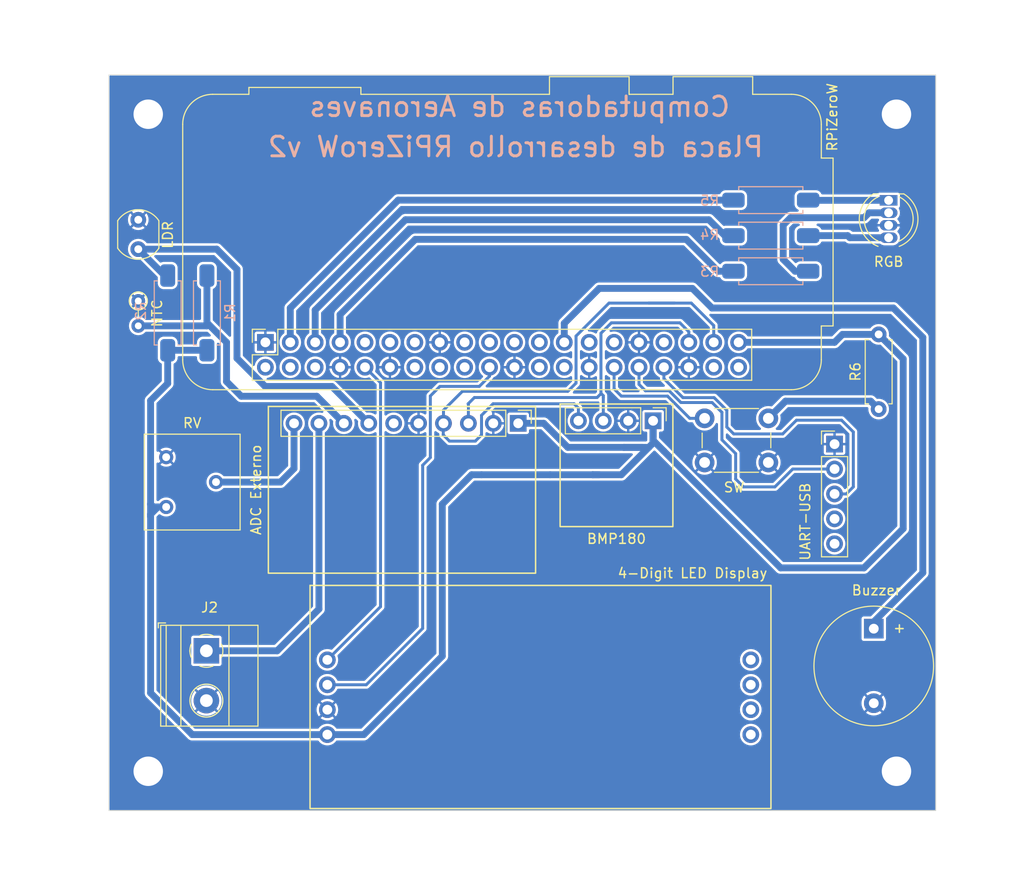
<source format=kicad_pcb>
(kicad_pcb (version 20221018) (generator pcbnew)
  (title_block (title "Kit de desarrollo para Raspberry Pi Zero W") (date "2023-12-26") (rev "2") (company "IMPA TRQ") (comment 1 "Autores: Palmieri Hise Agustín y Carlassara Fabrizio"))
  (layers (0 "F.Cu" signal) (31 "B.Cu" signal) (34 "B.Paste" user) (35 "F.Paste" user) (36 "B.SilkS" user "B.Silkscreen") (37 "F.SilkS" user "F.Silkscreen") (38 "B.Mask" user) (39 "F.Mask" user) (44 "Edge.Cuts" user))
  (net 0 "")
  (net 1 "I{slash}O 12")
  (net 2 "PWM 1")
  (net 3 "I2C SDA")
  (net 4 "I2C SCL")
  (net 9 "UART Tx")
  (net 10 "UART Rx")
  (net 11 "PWM 3")
  (net 12 "I{slash}O 13")
  (net 14 "PWM 2")
  (net 17 "Net-(U1-AIN0)")
  (net 18 "Net-(U1-AIN1)")
  (net 19 "Net-(U1-AIN3)")
  (net 21 "Net-(D1-BA)")
  (net 24 "Net-(D1-GA)")
  (net 25 "Net-(D1-RA)")
  (net 27 "Net-(J4-Pin_2)")
  (net 29 "DIO")
  (net 30 "CLK")
  (net 39 "GND")
  (net 42 "+3.3V")
  (footprint "Resistor_THT:R_Axial_DIN0207_L6.3mm_D2.5mm_P7.62mm_Horizontal" (layer "F.Cu") (at 113.985 57.27 90)
    (fp_text reference "R6" (at 3.81 -2.37 90) (layer "F.SilkS"))
    (fp_text value "R")
    (fp_line (start 0.54 -1.37) (end 7.08 -1.37) (stroke (width 0.12)) (layer "F.SilkS"))
    (fp_line (start 0.54 -1.04) (end 0.54 -1.37) (stroke (width 0.12)) (layer "F.SilkS"))
    (fp_line (start 0.54 1.04) (end 0.54 1.37) (stroke (width 0.12)) (layer "F.SilkS"))
    (fp_line (start 0.54 1.37) (end 7.08 1.37) (stroke (width 0.12)) (layer "F.SilkS"))
    (fp_line (start 7.08 -1.37) (end 7.08 -1.04) (stroke (width 0.12)) (layer "F.SilkS"))
    (fp_line (start 7.08 1.37) (end 7.08 1.04) (stroke (width 0.12)) (layer "F.SilkS"))
    (pad "1" thru_hole circle (at 0 0 90) (size 1.6 1.6) (drill 0.8) (layers "*.Cu" "*.Mask") (net 12 "I{slash}O 13"))
    (pad "2" thru_hole oval (at 7.62 0 90) (size 1.6 1.6) (drill 0.8) (layers "*.Cu" "*.Mask") (net 42 "+3.3V"))
  )
  (footprint "Connector_PinHeader_2.54mm:PinHeader_1x10_P2.54mm_Vertical" (layer "F.Cu") (at 77.2275 58.7175 -90)
    (fp_text reference "ADC Externo" (at 6.7825 26.7275 90) (layer "F.SilkS"))
    (fp_text value "ADS1115IDGS")
    (fp_line (start -1.33 -1.33) (end 0 -1.33) (stroke (width 0.12)) (layer "F.SilkS"))
    (fp_line (start -1.33 0) (end -1.33 -1.33) (stroke (width 0.12)) (layer "F.SilkS"))
    (fp_line (start -1.33 1.27) (end -1.33 24.19) (stroke (width 0.12)) (layer "F.SilkS"))
    (fp_line (start -1.33 1.27) (end 1.33 1.27) (stroke (width 0.12)) (layer "F.SilkS"))
    (fp_line (start -1.33 24.19) (end 1.33 24.19) (stroke (width 0.12)) (layer "F.SilkS"))
    (fp_line (start 1.33 1.27) (end 1.33 24.19) (stroke (width 0.12)) (layer "F.SilkS"))
    (pad "1" thru_hole oval (at 0 10.16 270) (size 1.7 1.7) (drill 1) (layers "*.Cu" "*.Mask") (net 39 "GND"))
    (pad "2" thru_hole oval (at 0 12.7 270) (size 1.7 1.7) (drill 1) (layers "*.Cu" "*.Mask"))
    (pad "3" thru_hole oval (at 0 2.54 270) (size 1.7 1.7) (drill 1) (layers "*.Cu" "*.Mask") (net 39 "GND"))
    (pad "4" thru_hole oval (at 0 15.24 270) (size 1.7 1.7) (drill 1) (layers "*.Cu" "*.Mask") (net 17 "Net-(U1-AIN0)"))
    (pad "5" thru_hole oval (at 0 17.78 270) (size 1.7 1.7) (drill 1) (layers "*.Cu" "*.Mask") (net 18 "Net-(U1-AIN1)"))
    (pad "6" thru_hole oval (at 0 20.32 270) (size 1.7 1.7) (drill 1) (layers "*.Cu" "*.Mask") (net 27 "Net-(J4-Pin_2)"))
    (pad "7" thru_hole oval (at 0 22.86 270) (size 1.7 1.7) (drill 1) (layers "*.Cu" "*.Mask") (net 19 "Net-(U1-AIN3)"))
    (pad "8" thru_hole rect (at 0 0 270) (size 1.7 1.7) (drill 1) (layers "*.Cu" "*.Mask") (net 42 "+3.3V"))
    (pad "9" thru_hole oval (at 0 7.62 270) (size 1.7 1.7) (drill 1) (layers "*.Cu" "*.Mask") (net 3 "I2C SDA"))
    (pad "10" thru_hole oval (at 0 5.08 270) (size 1.7 1.7) (drill 1) (layers "*.Cu" "*.Mask") (net 4 "I2C SCL"))
  )
  (footprint "Buzzer_Beeper:Buzzer_12x9.5RM7.6" (layer "F.Cu") (at 113.485 79.66 -90)
    (fp_text reference "Buzzer" (at -3.91 -0.265 180) (layer "F.SilkS"))
    (fp_text value "Buzzer")
    (fp_text user "+" (at -0.01 -2.54 90) (layer "F.SilkS"))
    (fp_circle (center 3.8 0) (end 9.9 0) (stroke (width 0.12)) (fill none) (layer "F.SilkS"))
    (pad "1" thru_hole rect (at 0 0 270) (size 2 2) (drill 1) (layers "*.Cu" "*.Mask") (net 1 "I{slash}O 12"))
    (pad "2" thru_hole circle (at 7.6 0 270) (size 2 2) (drill 1) (layers "*.Cu" "*.Mask") (net 39 "GND"))
  )
  (footprint "Potentiometer_THT:Potentiometer_Bourns_3386F_Vertical" (layer "F.Cu") (at 41.33 67.25)
    (fp_text reference "RV" (at 2.655 -8.555) (layer "F.SilkS"))
    (fp_text value "R_Potentiometer")
    (fp_line (start -2.23 -7.425) (end -2.23 2.345) (stroke (width 0.12)) (layer "F.SilkS"))
    (fp_line (start -2.23 -7.425) (end 7.54 -7.425) (stroke (width 0.12)) (layer "F.SilkS"))
    (fp_line (start -2.23 2.345) (end 7.54 2.345) (stroke (width 0.12)) (layer "F.SilkS"))
    (fp_line (start 7.54 -7.425) (end 7.54 2.345) (stroke (width 0.12)) (layer "F.SilkS"))
    (pad "1" thru_hole circle (at 0 0) (size 1.44 1.44) (drill 0.8) (layers "*.Cu" "*.Mask") (net 42 "+3.3V"))
    (pad "2" thru_hole circle (at 5.08 -2.54) (size 1.44 1.44) (drill 0.8) (layers "*.Cu" "*.Mask") (net 19 "Net-(U1-AIN3)"))
    (pad "3" thru_hole circle (at 0 -5.08) (size 1.44 1.44) (drill 0.8) (layers "*.Cu" "*.Mask") (net 39 "GND"))
  )
  (footprint "Resistor_THT:R_Axial_DIN0204_L3.6mm_D1.6mm_P2.54mm_Vertical" (layer "F.Cu") (at 38.485 46.24 -90)
    (fp_text reference "NTC" (at 1.27 -1.92 90) (layer "F.SilkS"))
    (fp_text value "Thermistor")
    (fp_line (start 0.92 0) (end 1.54 0) (stroke (width 0.12)) (layer "F.SilkS"))
    (fp_circle (center 0 0) (end 0.92 0) (stroke (width 0.12)) (fill none) (layer "F.SilkS"))
    (pad "1" thru_hole circle (at 0 0 270) (size 1.4 1.4) (drill 0.7) (layers "*.Cu" "*.Mask") (net 39 "GND"))
    (pad "2" thru_hole oval (at 2.54 0 270) (size 1.4 1.4) (drill 0.7) (layers "*.Cu" "*.Mask") (net 18 "Net-(U1-AIN1)"))
  )
  (footprint "Button_Switch_THT:SW_PUSH_6mm_H13mm" (layer "F.Cu") (at 96.235 58.21)
    (fp_text reference "SW" (at 3.015 7.04) (layer "F.SilkS"))
    (fp_text value "SW_DIP_x01")
    (fp_line (start -0.25 1.5) (end -0.25 3) (stroke (width 0.12)) (layer "F.SilkS"))
    (fp_line (start 1 5.5) (end 5.5 5.5) (stroke (width 0.12)) (layer "F.SilkS"))
    (fp_line (start 5.5 -1) (end 1 -1) (stroke (width 0.12)) (layer "F.SilkS"))
    (fp_line (start 6.75 3) (end 6.75 1.5) (stroke (width 0.12)) (layer "F.SilkS"))
    (pad "1" thru_hole circle (at 0 0 90) (size 2 2) (drill 1.1) (layers "*.Cu" "*.Mask") (net 12 "I{slash}O 13"))
    (pad "1" thru_hole circle (at 6.5 0 90) (size 2 2) (drill 1.1) (layers "*.Cu" "*.Mask") (net 12 "I{slash}O 13"))
    (pad "2" thru_hole circle (at 0 4.5 90) (size 2 2) (drill 1.1) (layers "*.Cu" "*.Mask") (net 39 "GND"))
    (pad "2" thru_hole circle (at 6.5 4.5 90) (size 2 2) (drill 1.1) (layers "*.Cu" "*.Mask") (net 39 "GND"))
  )
  (footprint "TerminalBlock_Phoenix:TerminalBlock_Phoenix_MKDS-1,5-2-5.08_1x02_P5.08mm_Horizontal" (layer "F.Cu") (at 45.43 81.915 -90)
    (fp_text reference "J2" (at -4.415 -0.32 -180) (layer "F.SilkS"))
    (fp_text value "Screw_Terminal_01x02")
    (fp_line (start -2.84 4.16) (end -2.84 4.9) (stroke (width 0.12)) (layer "F.SilkS"))
    (fp_line (start -2.84 4.9) (end -2.34 4.9) (stroke (width 0.12)) (layer "F.SilkS"))
    (fp_line (start -2.6 -5.261) (end -2.6 4.66) (stroke (width 0.12)) (layer "F.SilkS"))
    (fp_line (start -2.6 -5.261) (end 7.68 -5.261) (stroke (width 0.12)) (layer "F.SilkS"))
    (fp_line (start -2.6 -2.301) (end 7.68 -2.301) (stroke (width 0.12)) (layer "F.SilkS"))
    (fp_line (start -2.6 2.6) (end 7.68 2.6) (stroke (width 0.12)) (layer "F.SilkS"))
    (fp_line (start -2.6 4.1) (end 7.68 4.1) (stroke (width 0.12)) (layer "F.SilkS"))
    (fp_line (start -2.6 4.66) (end 7.68 4.66) (stroke (width 0.12)) (layer "F.SilkS"))
    (fp_line (start 3.853 1.023) (end 3.806 1.069) (stroke (width 0.12)) (layer "F.SilkS"))
    (fp_line (start 4.046 1.239) (end 4.011 1.274) (stroke (width 0.12)) (layer "F.SilkS"))
    (fp_line (start 6.15 -1.275) (end 6.115 -1.239) (stroke (width 0.12)) (layer "F.SilkS"))
    (fp_line (start 6.355 -1.069) (end 6.308 -1.023) (stroke (width 0.12)) (layer "F.SilkS"))
    (fp_line (start 7.68 -5.261) (end 7.68 4.66) (stroke (width 0.12)) (layer "F.SilkS"))
    (fp_arc (start -1.535427 0.683042) (mid -1.680501 -0.000524) (end -1.535 -0.684) (stroke (width 0.12)) (layer "F.SilkS"))
    (fp_arc (start -0.683042 -1.535427) (mid 0.000524 -1.680501) (end 0.684 -1.535) (stroke (width 0.12)) (layer "F.SilkS"))
    (fp_arc (start 0.028805 1.680253) (mid -0.335551 1.646659) (end -0.684 1.535) (stroke (width 0.12)) (layer "F.SilkS"))
    (fp_arc (start 0.683318 1.534756) (mid 0.349292 1.643288) (end 0 1.68) (stroke (width 0.12)) (layer "F.SilkS"))
    (fp_arc (start 1.535427 -0.683042) (mid 1.680501 0.000524) (end 1.535 0.684) (stroke (width 0.12)) (layer "F.SilkS"))
    (fp_circle (center 5.08 0) (end 6.76 0) (stroke (width 0.12)) (fill none) (layer "F.SilkS"))
    (pad "1" thru_hole circle (at 5.08 0 270) (size 2.6 2.6) (drill 1.3) (layers "*.Cu" "*.Mask") (net 39 "GND"))
    (pad "2" thru_hole rect (at 0 0 270) (size 2.6 2.6) (drill 1.3) (layers "*.Cu" "*.Mask") (net 27 "Net-(J4-Pin_2)"))
  )
  (footprint "TM1637:TM1637" (layer "F.Cu") (at 80.625 85.38)
    (fp_text reference "4-Digit LED Display" (at 14.375 -11.38 unlocked) (layer "F.SilkS"))
    (fp_text value "TM1637")
    (pad "1" thru_hole circle (at -22.86 5.08) (size 1.7 1.7) (drill 1) (layers "*.Cu" "*.Mask") (net 42 "+3.3V"))
    (pad "2" thru_hole circle (at -22.86 2.54) (size 1.7 1.7) (drill 1) (layers "*.Cu" "*.Mask") (net 39 "GND"))
    (pad "3" thru_hole circle (at -22.86 0) (size 1.7 1.7) (drill 1) (layers "*.Cu" "*.Mask") (net 29 "DIO"))
    (pad "4" thru_hole circle (at -22.86 -2.54) (size 1.7 1.7) (drill 1) (layers "*.Cu" "*.Mask" "F.Adhes") (net 30 "CLK"))
    (pad "5" thru_hole circle (at 20.32 5.08) (size 1.7 1.7) (drill 1) (layers "*.Cu" "*.Mask"))
    (pad "6" thru_hole circle (at 20.32 2.54) (size 1.7 1.7) (drill 1) (layers "*.Cu" "*.Mask"))
    (pad "7" thru_hole circle (at 20.32 0) (size 1.7 1.7) (drill 1) (layers "*.Cu" "*.Mask"))
    (pad "8" thru_hole circle (at 20.32 -2.54) (size 1.7 1.7) (drill 1) (layers "*.Cu" "*.Mask"))
  )
  (footprint "LED_THT:LED_D5.0mm-4_RGB" (layer "F.Cu") (at 115 35.98 -90)
    (fp_text reference "RGB" (at 6.27 0 -180) (layer "F.SilkS"))
    (fp_text value "LED_RGB")
    (fp_line (start -0.655 -1.545) (end -0.655 -1.08) (stroke (width 0.12)) (layer "F.SilkS"))
    (fp_line (start -0.655 1.08) (end -0.655 1.545) (stroke (width 0.12)) (layer "F.SilkS"))
    (fp_arc (start -0.655 -1.54483) (mid 2.163456 -2.978809) (end 4.692815 -1.080827) (stroke (width 0.12)) (layer "F.SilkS"))
    (fp_arc (start -0.349684 -1.08) (mid 1.904762 -2.5) (end 4.159479 -1.080429) (stroke (width 0.12)) (layer "F.SilkS"))
    (fp_arc (start 4.159479 1.080429) (mid 1.904762 2.5) (end -0.349684 1.08) (stroke (width 0.12)) (layer "F.SilkS"))
    (fp_arc (start 4.692815 1.080827) (mid 2.163456 2.978808) (end -0.655 1.54483) (stroke (width 0.12)) (layer "F.SilkS"))
    (pad "1" thru_hole oval (at 3.81 0 270) (size 1.07 1.8) (drill 0.9) (layers "*.Cu" "*.Mask") (net 24 "Net-(D1-GA)"))
    (pad "2" thru_hole oval (at 2.54 0 270) (size 1.07 1.8) (drill 0.9) (layers "*.Cu" "*.Mask") (net 39 "GND"))
    (pad "3" thru_hole oval (at 1.27 0 270) (size 1.07 1.8) (drill 0.9) (layers "*.Cu" "*.Mask") (net 21 "Net-(D1-BA)"))
    (pad "4" thru_hole rect (at 0 0 270) (size 1.07 1.8) (drill 0.9) (layers "*.Cu" "*.Mask") (net 25 "Net-(D1-RA)"))
  )
  (footprint "Connector_PinHeader_2.54mm:PinHeader_1x04_P2.54mm_Vertical" (layer "F.Cu") (at 90.985 58.46 -90)
    (fp_text reference "BMP180" (at 12.04 3.735 -180) (layer "F.SilkS"))
    (fp_text value "BMP 280")
    (fp_line (start -1.33 -1.33) (end 0 -1.33) (stroke (width 0.12)) (layer "F.SilkS"))
    (fp_line (start -1.33 0) (end -1.33 -1.33) (stroke (width 0.12)) (layer "F.SilkS"))
    (fp_line (start -1.33 1.27) (end -1.33 8.95) (stroke (width 0.12)) (layer "F.SilkS"))
    (fp_line (start -1.33 1.27) (end 1.33 1.27) (stroke (width 0.12)) (layer "F.SilkS"))
    (fp_line (start -1.33 8.95) (end 1.33 8.95) (stroke (width 0.12)) (layer "F.SilkS"))
    (fp_line (start 1.33 1.27) (end 1.33 8.95) (stroke (width 0.12)) (layer "F.SilkS"))
    (pad "1" thru_hole rect (at 0 0 270) (size 1.7 1.7) (drill 1) (layers "*.Cu" "*.Mask") (net 42 "+3.3V"))
    (pad "2" thru_hole oval (at 0 2.54 270) (size 1.7 1.7) (drill 1) (layers "*.Cu" "*.Mask") (net 39 "GND"))
    (pad "3" thru_hole oval (at 0 5.08 270) (size 1.7 1.7) (drill 1) (layers "*.Cu" "*.Mask") (net 4 "I2C SCL"))
    (pad "4" thru_hole oval (at 0 7.62 270) (size 1.7 1.7) (drill 1) (layers "*.Cu" "*.Mask") (net 3 "I2C SDA"))
  )
  (footprint "Module:Raspberry_Pi_Zero_Socketed_THT_FaceDown_MountingHoles" (layer "F.Cu") (at 102.045 28.85 -90)
    (fp_text reference "RPiZeroW" (at -1.35 -7.205 90) (layer "F.SilkS"))
    (fp_text value "RPi_GPIO" hide)
    (fp_line (start -5.48 0.91) (end -5.48 9.03) (stroke (width 0.12)) (layer "F.SilkS"))
    (fp_line (start -5.48 9.03) (end -3.68 9.03) (stroke (width 0.12)) (layer "F.SilkS"))
    (fp_line (start -5.48 13.51) (end -5.48 21.63) (stroke (width 0.12)) (layer "F.SilkS"))
    (fp_line (start -5.48 21.63) (end -3.68 21.63) (stroke (width 0.12)) (layer "F.SilkS"))
    (fp_line (start -4.38 40.86) (end -4.38 52.28) (stroke (width 0.12)) (layer "F.SilkS"))
    (fp_line (start -4.38 52.28) (end -3.68 52.28) (stroke (width 0.12)) (layer "F.SilkS"))
    (fp_line (start -3.68 -3.03) (end -3.68 0.91) (stroke (width 0.12)) (layer "F.SilkS"))
    (fp_line (start -3.68 0.91) (end -5.48 0.91) (stroke (width 0.12)) (layer "F.SilkS"))
    (fp_line (start -3.68 9.03) (end -3.68 13.51) (stroke (width 0.12)) (layer "F.SilkS"))
    (fp_line (start -3.68 13.51) (end -5.48 13.51) (stroke (width 0.12)) (layer "F.SilkS"))
    (fp_line (start -3.68 21.63) (end -3.68 40.86) (stroke (width 0.12)) (layer "F.SilkS"))
    (fp_line (start -3.68 40.86) (end -4.38 40.86) (stroke (width 0.12)) (layer "F.SilkS"))
    (fp_line (start -3.68 52.28) (end -3.68 55.97) (stroke (width 0.12)) (layer "F.SilkS"))
    (fp_line (start 2.82 -7.29) (end 2.82 -6.09) (stroke (width 0.12)) (layer "F.SilkS"))
    (fp_line (start 2.82 -6.09) (end -0.62 -6.09) (stroke (width 0.12)) (layer "F.SilkS"))
    (fp_line (start 19.94 -7.29) (end 2.82 -7.29) (stroke (width 0.12)) (layer "F.SilkS"))
    (fp_line (start 19.94 -6.09) (end 19.94 -7.29) (stroke (width 0.12)) (layer "F.SilkS"))
    (fp_line (start 19.94 -6.09) (end 23.38 -6.09) (stroke (width 0.12)) (layer "F.SilkS"))
    (fp_line (start 20.28 49.33) (end 20.28 1.01) (stroke (width 0.12)) (layer "F.SilkS"))
    (fp_line (start 20.28 51.93) (end 20.28 50.6) (stroke (width 0.12)) (layer "F.SilkS"))
    (fp_line (start 21.61 51.93) (end 20.28 51.93) (stroke (width 0.12)) (layer "F.SilkS"))
    (fp_line (start 22.88 49.33) (end 20.28 49.33) (stroke (width 0.12)) (layer "F.SilkS"))
    (fp_line (start 22.88 51.93) (end 22.88 49.33) (stroke (width 0.12)) (layer "F.SilkS"))
    (fp_line (start 23.38 59.03) (end -0.62 59.03) (stroke (width 0.12)) (layer "F.SilkS"))
    (fp_line (start 25.48 1.01) (end 20.28 1.01) (stroke (width 0.12)) (layer "F.SilkS"))
    (fp_line (start 25.48 51.93) (end 22.88 51.93) (stroke (width 0.12)) (layer "F.SilkS"))
    (fp_line (start 25.48 51.93) (end 25.48 1.01) (stroke (width 0.12)) (layer "F.SilkS"))
    (fp_line (start 26.44 -3.03) (end 26.44 55.97) (stroke (width 0.12)) (layer "F.SilkS"))
    (fp_arc (start -3.68 -3.03) (mid -2.783747 -5.193747) (end -0.62 -6.09) (stroke (width 0.12)) (layer "F.SilkS"))
    (fp_arc (start -0.62 59.03) (mid -2.783747 58.133747) (end -3.68 55.97) (stroke (width 0.12)) (layer "F.SilkS"))
    (fp_arc (start 23.38 -6.09) (mid 25.543747 -5.193747) (end 26.44 -3.03) (stroke (width 0.12)) (layer "F.SilkS"))
    (fp_arc (start 26.44 55.97) (mid 25.543747 58.133747) (end 23.38 59.03) (stroke (width 0.12)) (layer "F.SilkS"))
    (pad "1" thru_hole oval (at 21.61 2.34 90) (size 1.7 1.7) (drill 1) (layers "*.Cu" "*.Mask") (net 42 "+3.3V"))
    (pad "2" thru_hole oval (at 24.15 2.34 90) (size 1.7 1.7) (drill 1) (layers "*.Cu" "*.Mask"))
    (pad "3" thru_hole oval (at 21.61 4.88 90) (size 1.7 1.7) (drill 1) (layers "*.Cu" "*.Mask") (net 3 "I2C SDA"))
    (pad "4" thru_hole oval (at 24.15 4.88 90) (size 1.7 1.7) (drill 1) (layers "*.Cu" "*.Mask"))
    (pad "5" thru_hole oval (at 21.61 7.42 90) (size 1.7 1.7) (drill 1) (layers "*.Cu" "*.Mask") (net 4 "I2C SCL"))
    (pad "6" thru_hole oval (at 24.15 7.42 90) (size 1.7 1.7) (drill 1) (layers "*.Cu" "*.Mask") (net 39 "GND"))
    (pad "7" thru_hole oval (at 21.61 9.96 90) (size 1.7 1.7) (drill 1) (layers "*.Cu" "*.Mask"))
    (pad "8" thru_hole oval (at 24.15 9.96 90) (size 1.7 1.7) (drill 1) (layers "*.Cu" "*.Mask") (net 9 "UART Tx"))
    (pad "9" thru_hole oval (at 21.61 12.5 90) (size 1.7 1.7) (drill 1) (layers "*.Cu" "*.Mask") (net 39 "GND"))
    (pad "10" thru_hole oval (at 24.15 12.5 90) (size 1.7 1.7) (drill 1) (layers "*.Cu" "*.Mask") (net 10 "UART Rx"))
    (pad "11" thru_hole oval (at 21.61 15.04 90) (size 1.7 1.7) (drill 1) (layers "*.Cu" "*.Mask"))
    (pad "12" thru_hole oval (at 24.15 15.04 90) (size 1.7 1.7) (drill 1) (layers "*.Cu" "*.Mask") (net 12 "I{slash}O 13"))
    (pad "13" thru_hole oval (at 21.61 17.58 90) (size 1.7 1.7) (drill 1) (layers "*.Cu" "*.Mask"))
    (pad "14" thru_hole oval (at 24.15 17.58 90) (size 1.7 1.7) (drill 1) (layers "*.Cu" "*.Mask") (net 39 "GND"))
    (pad "15" thru_hole oval (at 21.61 20.12 90) (size 1.7 1.7) (drill 1) (layers "*.Cu" "*.Mask") (net 1 "I{slash}O 12"))
    (pad "16" thru_hole oval (at 24.15 20.12 90) (size 1.7 1.7) (drill 1) (layers "*.Cu" "*.Mask"))
    (pad "17" thru_hole oval (at 21.61 22.66 90) (size 1.7 1.7) (drill 1) (layers "*.Cu" "*.Mask") (net 42 "+3.3V"))
    (pad "18" thru_hole oval (at 24.15 22.66 90) (size 1.7 1.7) (drill 1) (layers "*.Cu" "*.Mask"))
    (pad "19" thru_hole oval (at 21.61 25.2 90) (size 1.7 1.7) (drill 1) (layers "*.Cu" "*.Mask"))
    (pad "20" thru_hole oval (at 24.15 25.2 90) (size 1.7 1.7) (drill 1) (layers "*.Cu" "*.Mask") (net 39 "GND"))
    (pad "21" thru_hole oval (at 21.61 27.74 90) (size 1.7 1.7) (drill 1) (layers "*.Cu" "*.Mask"))
    (pad "22" thru_hole oval (at 24.15 27.74 90) (size 1.7 1.7) (drill 1) (layers "*.Cu" "*.Mask") (net 29 "DIO"))
    (pad "23" thru_hole oval (at 21.61 30.28 90) (size 1.7 1.7) (drill 1) (layers "*.Cu" "*.Mask"))
    (pad "24" thru_hole oval (at 24.15 30.28 90) (size 1.7 1.7) (drill 1) (layers "*.Cu" "*.Mask"))
    (pad "25" thru_hole oval (at 21.61 32.82 90) (size 1.7 1.7) (drill 1) (layers "*.Cu" "*.Mask") (net 39 "GND"))
    (pad "26" thru_hole oval (at 24.15 32.82 90) (size 1.7 1.7) (drill 1) (layers "*.Cu" "*.Mask"))
    (pad "27" thru_hole oval (at 21.61 35.36 90) (size 1.7 1.7) (drill 1) (layers "*.Cu" "*.Mask"))
    (pad "28" thru_hole oval (at 24.15 35.36 90) (size 1.7 1.7) (drill 1) (layers "*.Cu" "*.Mask"))
    (pad "29" thru_hole oval (at 21.61 37.9 90) (size 1.7 1.7) (drill 1) (layers "*.Cu" "*.Mask"))
    (pad "30" thru_hole oval (at 24.15 37.9 90) (size 1.7 1.7) (drill 1) (layers "*.Cu" "*.Mask") (net 39 "GND"))
    (pad "31" thru_hole oval (at 21.61 40.44 90) (size 1.7 1.7) (drill 1) (layers "*.Cu" "*.Mask"))
    (pad "32" thru_hole oval (at 24.15 40.44 90) (size 1.7 1.7) (drill 1) (layers "*.Cu" "*.Mask") (net 30 "CLK"))
    (pad "33" thru_hole oval (at 21.61 42.98 90) (size 1.7 1.7) (drill 1) (layers "*.Cu" "*.Mask") (net 2 "PWM 1"))
    (pad "34" thru_hole oval (at 24.15 42.98 90) (size 1.7 1.7) (drill 1) (layers "*.Cu" "*.Mask") (net 39 "GND"))
    (pad "35" thru_hole oval (at 21.61 45.52 90) (size 1.7 1.7) (drill 1) (layers "*.Cu" "*.Mask") (net 14 "PWM 2"))
    (pad "36" thru_hole oval (at 24.15 45.52 90) (size 1.7 1.7) (drill 1) (layers "*.Cu" "*.Mask"))
    (pad "37" thru_hole oval (at 21.61 48.06 90) (size 1.7 1.7) (drill 1) (layers "*.Cu" "*.Mask") (net 11 "PWM 3"))
    (pad "38" thru_hole oval (at 24.15 48.06 90) (size 1.7 1.7) (drill 1) (layers "*.Cu" "*.Mask"))
    (pad "39" thru_hole rect (at 21.61 50.6 90) (size 1.7 1.7) (drill 1) (layers "*.Cu" "*.Mask") (net 39 "GND"))
    (pad "40" thru_hole oval (at 24.15 50.6 90) (size 1.7 1.7) (drill 1) (layers "*.Cu" "*.Mask"))
  )
  (footprint "Connector_PinHeader_2.54mm:PinHeader_1x05_P2.54mm_Vertical" (layer "F.Cu") (at 109.485 60.84)
    (fp_text reference "UART-USB" (at -2.985 7.91 90) (layer "F.SilkS"))
    (fp_text value "Conector USB")
    (fp_line (start -1.33 -1.33) (end 0 -1.33) (stroke (width 0.12)) (layer "F.SilkS"))
    (fp_line (start -1.33 0) (end -1.33 -1.33) (stroke (width 0.12)) (layer "F.SilkS"))
    (fp_line (start -1.33 1.27) (end -1.33 11.49) (stroke (width 0.12)) (layer "F.SilkS"))
    (fp_line (start -1.33 1.27) (end 1.33 1.27) (stroke (width 0.12)) (layer "F.SilkS"))
    (fp_line (start -1.33 11.49) (end 1.33 11.49) (stroke (width 0.12)) (layer "F.SilkS"))
    (fp_line (start 1.33 1.27) (end 1.33 11.49) (stroke (width 0.12)) (layer "F.SilkS"))
    (pad "1" thru_hole rect (at 0 0) (size 1.7 1.7) (drill 1) (layers "*.Cu" "*.Mask") (net 39 "GND"))
    (pad "2" thru_hole oval (at 0 2.54) (size 1.7 1.7) (drill 1) (layers "*.Cu" "*.Mask") (net 10 "UART Rx"))
    (pad "3" thru_hole oval (at 0 5.08) (size 1.7 1.7) (drill 1) (layers "*.Cu" "*.Mask") (net 9 "UART Tx"))
    (pad "4" thru_hole oval (at 0 7.62) (size 1.7 1.7) (drill 1) (layers "*.Cu" "*.Mask"))
    (pad "5" thru_hole oval (at 0 10.16) (size 1.7 1.7) (drill 1) (layers "*.Cu" "*.Mask"))
  )
  (footprint "OptoDevice:R_LDR_5.0x4.1mm_P3mm_Vertical" (layer "F.Cu") (at 38.485 40.96 90)
    (fp_text reference "LDR" (at 1.46 3.015 90) (layer "F.SilkS"))
    (fp_text value "A9050")
    (fp_line (start 0.1 -2.1) (end 2.9 -2.1) (stroke (width 0.12)) (layer "F.SilkS"))
    (fp_line (start 0.1 2.1) (end 2.9 2.1) (stroke (width 0.12)) (layer "F.SilkS"))
    (fp_arc (start 0.1 2.1) (mid -1.023872 -0.008372) (end 0.113963 -2.109242) (stroke (width 0.12)) (layer "F.SilkS"))
    (fp_arc (start 2.9 -2.1) (mid 4.023872 0.008372) (end 2.886037 2.109242) (stroke (width 0.12)) (layer "F.SilkS"))
    (pad "1" thru_hole circle (at 0 0 90) (size 1.6 1.6) (drill 0.8) (layers "*.Cu" "*.Mask") (net 17 "Net-(U1-AIN0)"))
    (pad "2" thru_hole circle (at 3 0 90) (size 1.6 1.6) (drill 0.8) (layers "*.Cu" "*.Mask") (net 39 "GND"))
  )
  (footprint "Resistor_THT:R_Axial_DIN0207_L6.3mm_D2.5mm_P7.62mm_Horizontal" (layer "B.Cu") (at 45.485 51.27 90)
    (fp_text reference "R1" (at 3.81 2.37 270) (layer "B.SilkS") (effects (justify mirror)))
    (fp_text value "10k")
    (fp_line (start 0.54 -1.37) (end 7.08 -1.37) (stroke (width 0.12)) (layer "B.SilkS"))
    (fp_line (start 0.54 -1.04) (end 0.54 -1.37) (stroke (width 0.12)) (layer "B.SilkS"))
    (fp_line (start 0.54 1.04) (end 0.54 1.37) (stroke (width 0.12)) (layer "B.SilkS"))
    (fp_line (start 0.54 1.37) (end 7.08 1.37) (stroke (width 0.12)) (layer "B.SilkS"))
    (fp_line (start 7.08 -1.37) (end 7.08 -1.04) (stroke (width 0.12)) (layer "B.SilkS"))
    (fp_line (start 7.08 1.37) (end 7.08 1.04) (stroke (width 0.12)) (layer "B.SilkS"))
    (pad "1" smd roundrect (at 0 0 90) (size 2.286 1.524) (layers "B.Cu" "B.Paste" "B.Mask") (net 42 "+3.3V"))
    (pad "2" smd roundrect (at 7.62 0 90) (size 2.286 1.524) (layers "B.Cu" "B.Paste" "B.Mask") (net 18 "Net-(U1-AIN1)"))
  )
  (footprint "Resistor_THT:R_Axial_DIN0207_L6.3mm_D2.5mm_P7.62mm_Horizontal" (layer "B.Cu") (at 99.175 35.96)
    (fp_text reference "R5" (at -2.425 0.04 180) (layer "B.SilkS") (effects (justify mirror)))
    (fp_text value "220")
    (fp_line (start 0.54 -1.37) (end 7.08 -1.37) (stroke (width 0.12)) (layer "B.SilkS"))
    (fp_line (start 0.54 -1.04) (end 0.54 -1.37) (stroke (width 0.12)) (layer "B.SilkS"))
    (fp_line (start 0.54 1.04) (end 0.54 1.37) (stroke (width 0.12)) (layer "B.SilkS"))
    (fp_line (start 0.54 1.37) (end 7.08 1.37) (stroke (width 0.12)) (layer "B.SilkS"))
    (fp_line (start 7.08 -1.37) (end 7.08 -1.04) (stroke (width 0.12)) (layer "B.SilkS"))
    (fp_line (start 7.08 1.37) (end 7.08 1.04) (stroke (width 0.12)) (layer "B.SilkS"))
    (pad "1" smd roundrect (at 0 0) (size 2.286 1.524) (layers "B.Cu" "B.Paste" "B.Mask") (net 11 "PWM 3"))
    (pad "2" smd roundrect (at 7.62 0) (size 2.286 1.524) (layers "B.Cu" "B.Paste" "B.Mask") (net 25 "Net-(D1-RA)"))
  )
  (footprint "Resistor_THT:R_Axial_DIN0207_L6.3mm_D2.5mm_P7.62mm_Horizontal" (layer "B.Cu") (at 41.485 51.27 90)
    (fp_text reference "R2" (at 4.02 -2.735 270) (layer "B.SilkS") (effects (justify mirror)))
    (fp_text value "10k")
    (fp_line (start 0.54 -1.37) (end 7.08 -1.37) (stroke (width 0.12)) (layer "B.SilkS"))
    (fp_line (start 0.54 -1.04) (end 0.54 -1.37) (stroke (width 0.12)) (layer "B.SilkS"))
    (fp_line (start 0.54 1.04) (end 0.54 1.37) (stroke (width 0.12)) (layer "B.SilkS"))
    (fp_line (start 0.54 1.37) (end 7.08 1.37) (stroke (width 0.12)) (layer "B.SilkS"))
    (fp_line (start 7.08 -1.37) (end 7.08 -1.04) (stroke (width 0.12)) (layer "B.SilkS"))
    (fp_line (start 7.08 1.37) (end 7.08 1.04) (stroke (width 0.12)) (layer "B.SilkS"))
    (pad "1" smd roundrect (at 0 0 90) (size 2.286 1.524) (layers "B.Cu" "B.Paste" "B.Mask") (net 42 "+3.3V"))
    (pad "2" smd roundrect (at 7.62 0 90) (size 2.286 1.524) (layers "B.Cu" "B.Paste" "B.Mask") (net 17 "Net-(U1-AIN0)"))
  )
  (footprint "Resistor_THT:R_Axial_DIN0207_L6.3mm_D2.5mm_P7.62mm_Horizontal" (layer "B.Cu") (at 99.175 39.58)
    (fp_text reference "R4" (at -2.425 -0.08 180) (layer "B.SilkS") (effects (justify mirror)))
    (fp_text value "220")
    (fp_line (start 0.54 -1.37) (end 7.08 -1.37) (stroke (width 0.12)) (layer "B.SilkS"))
    (fp_line (start 0.54 -1.04) (end 0.54 -1.37) (stroke (width 0.12)) (layer "B.SilkS"))
    (fp_line (start 0.54 1.04) (end 0.54 1.37) (stroke (width 0.12)) (layer "B.SilkS"))
    (fp_line (start 0.54 1.37) (end 7.08 1.37) (stroke (width 0.12)) (layer "B.SilkS"))
    (fp_line (start 7.08 -1.37) (end 7.08 -1.04) (stroke (width 0.12)) (layer "B.SilkS"))
    (fp_line (start 7.08 1.37) (end 7.08 1.04) (stroke (width 0.12)) (layer "B.SilkS"))
    (pad "1" smd roundrect (at 0 0) (size 2.286 1.524) (layers "B.Cu" "B.Paste" "B.Mask") (net 14 "PWM 2"))
    (pad "2" smd roundrect (at 7.62 0) (size 2.286 1.524) (layers "B.Cu" "B.Paste" "B.Mask") (net 24 "Net-(D1-GA)"))
  )
  (footprint "Resistor_THT:R_Axial_DIN0207_L6.3mm_D2.5mm_P7.62mm_Horizontal" (layer "B.Cu") (at 99.175 43.21)
    (fp_text reference "R3" (at -2.425 0.04 180) (layer "B.SilkS") (effects (justify mirror)))
    (fp_text value "220")
    (fp_line (start 0.54 -1.37) (end 7.08 -1.37) (stroke (width 0.12)) (layer "B.SilkS"))
    (fp_line (start 0.54 -1.04) (end 0.54 -1.37) (stroke (width 0.12)) (layer "B.SilkS"))
    (fp_line (start 0.54 1.04) (end 0.54 1.37) (stroke (width 0.12)) (layer "B.SilkS"))
    (fp_line (start 0.54 1.37) (end 7.08 1.37) (stroke (width 0.12)) (layer "B.SilkS"))
    (fp_line (start 7.08 -1.37) (end 7.08 -1.04) (stroke (width 0.12)) (layer "B.SilkS"))
    (fp_line (start 7.08 1.37) (end 7.08 1.04) (stroke (width 0.12)) (layer "B.SilkS"))
    (pad "1" smd roundrect (at 0 0) (size 2.286 1.524) (layers "B.Cu" "B.Paste" "B.Mask") (net 2 "PWM 1"))
    (pad "2" smd roundrect (at 7.62 0) (size 2.286 1.524) (layers "B.Cu" "B.Paste" "B.Mask") (net 21 "Net-(D1-BA)"))
  )
  (gr_rect (start 51.75 57) (end 79 74) (stroke (width 0.15)) (fill none) (layer "F.SilkS"))
  (gr_rect (start 81.5 56.75) (end 93 69.25) (stroke (width 0.15)) (fill none) (layer "F.SilkS"))
  (gr_rect (start 56 75.25) (end 103 98) (stroke (width 0.15)) (fill none) (layer "F.SilkS"))
  (gr_rect (start 35.5 23.2) (end 119.8 98.2) (stroke (width 0.1)) (fill none) (layer "Edge.Cuts"))
  (gr_text "Placa de desarrollo RPiZeroW v2" (at 102.4 31.7) (layer "B.SilkS") (effects (font (size 2 2) (thickness 0.3)) (justify left bottom mirror)))
  (gr_text "Computadoras de Aeronaves" (at 99 27.6) (layer "B.SilkS") (effects (font (size 2 2) (thickness 0.3)) (justify left bottom mirror)))
  (segment (start 115.485 46.96) (end 96.985 46.96) (width 0.7) (layer "B.Cu") (net 1))
  (segment (start 81.925 48.52) (end 81.925 50.46) (width 0.7) (layer "B.Cu") (net 1))
  (segment (start 85.485 44.96) (end 81.925 48.52) (width 0.7) (layer "B.Cu") (net 1))
  (segment (start 96.985 46.96) (end 94.985 44.96) (width 0.7) (layer "B.Cu") (net 1))
  (segment (start 118.485 49.96) (end 115.485 46.96) (width 0.7) (layer "B.Cu") (net 1))
  (segment (start 113.485 79.66) (end 113.485 78.96) (width 0.7) (layer "B.Cu") (net 1))
  (segment (start 113.485 78.96) (end 118.485 73.96) (width 0.7) (layer "B.Cu") (net 1))
  (segment (start 94.985 44.96) (end 85.485 44.96) (width 0.7) (layer "B.Cu") (net 1))
  (segment (start 118.485 73.96) (end 118.485 49.96) (width 0.7) (layer "B.Cu") (net 1))
  (segment (start 97.615 43.21) (end 94.365 39.96) (width 0.7) (layer "B.Cu") (net 2))
  (segment (start 94.365 39.96) (end 66.735 39.96) (width 0.7) (layer "B.Cu") (net 2))
  (segment (start 99.175 43.21) (end 97.615 43.21) (width 0.7) (layer "B.Cu") (net 2))
  (segment (start 59.065 47.63) (end 59.065 50.46) (width 0.7) (layer "B.Cu") (net 2))
  (segment (start 66.735 39.96) (end 59.065 47.63) (width 0.7) (layer "B.Cu") (net 2))
  (segment (start 83.365 58.46) (end 83.235 58.33) (width 0.3) (layer "F.Cu") (net 3))
  (segment (start 73.4875 57.9025) (end 74.665 56.725) (width 0.3) (layer "B.Cu") (net 3))
  (segment (start 90.54 46.46) (end 94.88 46.46) (width 0.3) (layer "B.Cu") (net 3))
  (segment (start 69.6075 57.3825) (end 69.6075 58.7175) (width 0.3) (layer "B.Cu") (net 3))
  (segment (start 69.6075 58.7175) (end 69.585 58.74) (width 0.3) (layer "B.Cu") (net 3))
  (segment (start 71.535 55.455) (end 69.6075 57.3825) (width 0.3) (layer "B.Cu") (net 3))
  (segment (start 69.585 59.9) (end 70.22 60.535) (width 0.3) (layer "B.Cu") (net 3))
  (segment (start 72.8525 60.535) (end 73.4875 59.9) (width 0.3) (layer "B.Cu") (net 3))
  (segment (start 73.4875 59.9) (end 73.4875 57.9025) (width 0.3) (layer "B.Cu") (net 3))
  (segment (start 90.54 46.46) (end 93.165 46.46) (width 0.3) (layer "B.Cu") (net 3))
  (segment (start 74.665 56.725) (end 82.92 56.725) (width 0.3) (layer "B.Cu") (net 3))
  (segment (start 90.54 46.46) (end 86.485 46.46) (width 0.3) (layer "B.Cu") (net 3))
  (segment (start 83.365 57.17) (end 83.365 58.46) (width 0.3) (layer "B.Cu") (net 3))
  (segment (start 82.285 55.455) (end 71.535 55.455) (width 0.3) (layer "B.Cu") (net 3))
  (segment (start 86.485 46.46) (end 83.125 49.82) (width 0.3) (layer "B.Cu") (net 3))
  (segment (start 70.22 60.535) (end 72.8525 60.535) (width 0.3) (layer "B.Cu") (net 3))
  (segment (start 82.92 56.725) (end 83.365 57.17) (width 0.3) (layer "B.Cu") (net 3))
  (segment (start 83.125 49.82) (end 83.125 54.615) (width 0.3) (layer "B.Cu") (net 3))
  (segment (start 69.585 58.74) (end 69.585 59.9) (width 0.3) (layer "B.Cu") (net 3))
  (segment (start 83.125 54.615) (end 82.285 55.455) (width 0.3) (layer "B.Cu") (net 3))
  (segment (start 97.165 48.745) (end 97.165 50.46) (width 0.3) (layer "B.Cu") (net 3))
  (segment (start 94.88 46.46) (end 97.165 48.745) (width 0.3) (layer "B.Cu") (net 3))
  (segment (start 85.905 58.46) (end 85.805 58.36) (width 0.3) (layer "F.Cu") (net 4))
  (segment (start 72.1475 56.7475) (end 72.1475 58.7175) (width 0.3) (layer "B.Cu") (net 4))
  (segment (start 72.76 56.09) (end 72.125 56.725) (width 0.3) (layer "B.Cu") (net 4))
  (segment (start 85.905 58.46) (end 85.905 56.09) (width 0.3) (layer "B.Cu") (net 4))
  (segment (start 93.715 48.47) (end 86.73 48.47) (width 0.3) (layer "B.Cu") (net 4))
  (segment (start 94.625 49.38) (end 93.715 48.47) (width 0.3) (layer "B.Cu") (net 4))
  (segment (start 72.125 56.725) (end 72.1475 56.7475) (width 0.3) (layer "B.Cu") (net 4))
  (segment (start 85.905 56.09) (end 85.905 55.9) (width 0.3) (layer "B.Cu") (net 4))
  (segment (start 85.665 55.66) (end 85.6825 55.6775) (width 0.3) (layer "B.Cu") (net 4))
  (segment (start 85.6825 55.6775) (end 85.27 56.09) (width 0.3) (layer "B.Cu") (net 4))
  (segment (start 85.665 49.535) (end 85.665 55.66) (width 0.3) (layer "B.Cu") (net 4))
  (segment (start 85.905 55.9) (end 85.665 55.66) (width 0.3) (layer "B.Cu") (net 4))
  (segment (start 86.73 48.47) (end 85.665 49.535) (width 0.3) (layer "B.Cu") (net 4))
  (segment (start 94.625 50.46) (end 94.625 49.38) (width 0.3) (layer "B.Cu") (net 4))
  (segment (start 85.27 56.09) (end 72.76 56.09) (width 0.3) (layer "B.Cu") (net 4))
  (segment (start 98.5 57.392894) (end 97.207106 56.1) (width 0.3) (layer "B.Cu") (net 9))
  (segment (start 110.68 65.92) (end 111.4 65.2) (width 0.3) (layer "B.Cu") (net 9))
  (segment (start 109.485 65.92) (end 110.68 65.92) (width 0.3) (layer "B.Cu") (net 9))
  (segment (start 92.085 53) (end 92.085 53.03) (width 0.7) (layer "B.Cu") (net 9))
  (segment (start 92.085 54.161372) (end 92.085 53) (width 0.3) (layer "B.Cu") (net 9))
  (segment (start 98.5 59.1) (end 98.5 57.392894) (width 0.3) (layer "B.Cu") (net 9))
  (segment (start 105.6 58.4) (end 104.2 59.8) (width 0.3) (layer "B.Cu") (net 9))
  (segment (start 111.4 65.2) (end 111.4 59.6) (width 0.3) (layer "B.Cu") (net 9))
  (segment (start 111.4 59.6) (end 110.2 58.4) (width 0.3) (layer "B.Cu") (net 9))
  (segment (start 97.207106 56.1) (end 94.023628 56.1) (width 0.3) (layer "B.Cu") (net 9))
  (segment (start 94.023628 56.1) (end 92.085 54.161372) (width 0.3) (layer "B.Cu") (net 9))
  (segment (start 104.2 59.8) (end 99.2 59.8) (width 0.3) (layer "B.Cu") (net 9))
  (segment (start 110.2 58.4) (end 105.6 58.4) (width 0.3) (layer "B.Cu") (net 9))
  (segment (start 99.2 59.8) (end 98.5 59.1) (width 0.3) (layer "B.Cu") (net 9))
  (segment (start 97 56.6) (end 93.816522 56.6) (width 0.3) (layer "B.Cu") (net 10))
  (segment (start 90.2 55.4) (end 89.545 54.745) (width 0.3) (layer "B.Cu") (net 10))
  (segment (start 89.545 54.745) (end 89.545 53) (width 0.3) (layer "B.Cu") (net 10))
  (segment (start 93.816522 56.6) (end 92.616522 55.4) (width 0.3) (layer "B.Cu") (net 10))
  (segment (start 105.22 63.38) (end 103.4 65.2) (width 0.3) (layer "B.Cu") (net 10))
  (segment (start 92.616522 55.4) (end 90.2 55.4) (width 0.3) (layer "B.Cu") (net 10))
  (segment (start 98 57.6) (end 97 56.6) (width 0.3) (layer "B.Cu") (net 10))
  (segment (start 98 60.4) (end 98 57.6) (width 0.3) (layer "B.Cu") (net 10))
  (segment (start 99.4 61.8) (end 99.4 64.4) (width 0.3) (layer "B.Cu") (net 10))
  (segment (start 98 60.4) (end 99.4 61.8) (width 0.3) (layer "B.Cu") (net 10))
  (segment (start 99.4 64.4) (end 100.2 65.2) (width 0.3) (layer "B.Cu") (net 10))
  (segment (start 103.4 65.2) (end 100.2 65.2) (width 0.3) (layer "B.Cu") (net 10))
  (segment (start 109.485 63.38) (end 105.22 63.38) (width 0.3) (layer "B.Cu") (net 10))
  (segment (start 99.175 35.96) (end 64.985 35.96) (width 0.7) (layer "B.Cu") (net 11))
  (segment (start 64.985 35.96) (end 53.985 46.96) (width 0.7) (layer "B.Cu") (net 11))
  (segment (start 53.985 46.96) (end 53.985 50.46) (width 0.7) (layer "B.Cu") (net 11))
  (segment (start 113.175 56.46) (end 104.485 56.46) (width 0.7) (layer "B.Cu") (net 12))
  (segment (start 92.454708 55.945292) (end 94.719416 58.21) (width 0.3) (layer "B.Cu") (net 12))
  (segment (start 87.745292 55.945292) (end 92.454708 55.945292) (width 0.3) (layer "B.Cu") (net 12))
  (segment (start 87.005 55.205) (end 87.745292 55.945292) (width 0.3) (layer "B.Cu") (net 12))
  (segment (start 87.005 53) (end 87.005 55.205) (width 0.3) (layer "B.Cu") (net 12))
  (segment (start 104.485 56.46) (end 102.735 58.21) (width 0.7) (layer "B.Cu") (net 12))
  (segment (start 113.985 57.27) (end 113.175 56.46) (width 0.7) (layer "B.Cu") (net 12))
  (segment (start 94.719416 58.21) (end 96.235 58.21) (width 0.3) (layer "B.Cu") (net 12))
  (segment (start 56.525 47.17) (end 56.525 50.46) (width 0.7) (layer "B.Cu") (net 14))
  (segment (start 96.675 37.96) (end 65.735 37.96) (width 0.7) (layer "B.Cu") (net 14))
  (segment (start 98.295 39.58) (end 96.675 37.96) (width 0.7) (layer "B.Cu") (net 14))
  (segment (start 99.175 39.58) (end 98.295 39.58) (width 0.7) (layer "B.Cu") (net 14))
  (segment (start 65.735 37.96) (end 56.525 47.17) (width 0.7) (layer "B.Cu") (net 14))
  (segment (start 58.23 54.96) (end 51.425101 54.96) (width 0.7) (layer "B.Cu") (net 17))
  (segment (start 46.485 40.96) (end 38.485 40.96) (width 0.7) (layer "B.Cu") (net 17))
  (segment (start 41.485 43.65) (end 41.175 43.65) (width 0.7) (layer "B.Cu") (net 17))
  (segment (start 61.9875 58.7175) (end 58.23 54.96) (width 0.7) (layer "B.Cu") (net 17))
  (segment (start 41.175 43.65) (end 38.485 40.96) (width 0.7) (layer "B.Cu") (net 17))
  (segment (start 48.55 52.084899) (end 48.55 43.025) (width 0.7) (layer "B.Cu") (net 17))
  (segment (start 48.55 43.025) (end 46.485 40.96) (width 0.7) (layer "B.Cu") (net 17))
  (segment (start 51.425101 54.96) (end 48.55 52.084899) (width 0.7) (layer "B.Cu") (net 17))
  (segment (start 47.485 54.46) (end 47.485 50.46) (width 0.7) (layer "B.Cu") (net 18))
  (segment (start 56.69 55.96) (end 48.985 55.96) (width 0.7) (layer "B.Cu") (net 18))
  (segment (start 45.485 48.78) (end 45.485 48.46) (width 0.7) (layer "B.Cu") (net 18))
  (segment (start 47.485 50.46) (end 45.485 48.46) (width 0.7) (layer "B.Cu") (net 18))
  (segment (start 38.485 48.78) (end 45.485 48.78) (width 0.7) (layer "B.Cu") (net 18))
  (segment (start 48.985 55.96) (end 47.485 54.46) (width 0.7) (layer "B.Cu") (net 18))
  (segment (start 45.485 48.46) (end 45.485 43.65) (width 0.7) (layer "B.Cu") (net 18))
  (segment (start 59.4475 58.7175) (end 56.69 55.96) (width 0.7) (layer "B.Cu") (net 18))
  (segment (start 46.41 64.71) (end 52.985 64.71) (width 0.7) (layer "B.Cu") (net 19))
  (segment (start 52.985 64.71) (end 54.3675 63.3275) (width 0.7) (layer "B.Cu") (net 19))
  (segment (start 54.3675 63.3275) (end 54.3675 58.7175) (width 0.7) (layer "B.Cu") (net 19))
  (segment (start 112.5 37.75) (end 113 37.25) (width 0.7) (layer "B.Cu") (net 21))
  (segment (start 104.25 42) (end 104.25 38.5) (width 0.7) (layer "B.Cu") (net 21))
  (segment (start 105.46 43.21) (end 104.25 42) (width 0.7) (layer "B.Cu") (net 21))
  (segment (start 113 37.25) (end 115 37.25) (width 0.7) (layer "B.Cu") (net 21))
  (segment (start 106.795 43.21) (end 105.46 43.21) (width 0.7) (layer "B.Cu") (net 21))
  (segment (start 104.25 38.5) (end 105 37.75) (width 0.7) (layer "B.Cu") (net 21))
  (segment (start 105 37.75) (end 112.5 37.75) (width 0.7) (layer "B.Cu") (net 21))
  (segment (start 111.04 39.79) (end 115 39.79) (width 0.7) (layer "B.Cu") (net 24))
  (segment (start 110.83 39.58) (end 111.04 39.79) (width 0.7) (layer "B.Cu") (net 24))
  (segment (start 106.795 39.58) (end 110.83 39.58) (width 0.7) (layer "B.Cu") (net 24))
  (segment (start 106.795 35.96) (end 106.835 36) (width 0.7) (layer "B.Cu") (net 25))
  (segment (start 106.795 35.96) (end 106.815 35.98) (width 0.7) (layer "B.Cu") (net 25))
  (segment (start 106.815 35.98) (end 115 35.98) (width 0.7) (layer "B.Cu") (net 25))
  (segment (start 52.65 81.915) (end 56.9075 77.6575) (width 0.7) (layer "B.Cu") (net 27))
  (segment (start 56.9075 77.6575) (end 56.9075 58.7175) (width 0.7) (layer "B.Cu") (net 27))
  (segment (start 45.43 81.915) (end 52.65 81.915) (width 0.7) (layer "B.Cu") (net 27))
  (segment (start 74.305 53.91) (end 74.305 53) (width 0.3) (layer "B.Cu") (net 29))
  (segment (start 73.26 54.955) (end 74.305 53.91) (width 0.3) (layer "B.Cu") (net 29))
  (segment (start 69.24 54.955) (end 73.26 54.955) (width 0.3) (layer "B.Cu") (net 29))
  (segment (start 68.2675 62.21) (end 68.2675 55.9275) (width 0.3) (layer "B.Cu") (net 29))
  (segment (start 68.2675 55.9275) (end 69.24 54.955) (width 0.3) (layer "B.Cu") (net 29))
  (segment (start 67.485 79.63) (end 67.485 62.9925) (width 0.3) (layer "B.Cu") (net 29))
  (segment (start 57.765 85.38) (end 61.735 85.38) (width 0.3) (layer "B.Cu") (net 29))
  (segment (start 67.485 62.9925) (end 68.2675 62.21) (width 0.3) (layer "B.Cu") (net 29))
  (segment (start 61.735 85.38) (end 67.485 79.63) (width 0.3) (layer "B.Cu") (net 29))
  (segment (start 63.1875 77.4175) (end 63.1875 54.5825) (width 0.3) (layer "B.Cu") (net 30))
  (segment (start 63.1875 54.5825) (end 61.605 53) (width 0.3) (layer "B.Cu") (net 30))
  (segment (start 57.765 82.84) (end 63.1875 77.4175) (width 0.3) (layer "B.Cu") (net 30))
  (via (at 39.5 27.2) (size 3.5) (drill 3) (layers "F.Cu" "B.Cu") (net 39))
  (via (at 115.8 27.2) (size 3.5) (drill 3) (layers "F.Cu" "B.Cu") (net 39))
  (via (at 115.8 94.2) (size 3.5) (drill 3) (layers "F.Cu" "B.Cu") (net 39))
  (via (at 39.5 94.2) (size 3.5) (drill 3) (layers "F.Cu" "B.Cu") (net 39))
  (segment (start 110.295 49.65) (end 113.985 49.65) (width 0.7) (layer "B.Cu") (net 42))
  (segment (start 99.705 50.46) (end 109.485 50.46) (width 0.7) (layer "B.Cu") (net 42))
  (segment (start 92.07 61.545) (end 103.985 73.46) (width 0.7) (layer "B.Cu") (net 42))
  (segment (start 73.485 63.96) (end 80.485 63.96) (width 0.7) (layer "B.Cu") (net 42))
  (segment (start 57.765 90.46) (end 43.985 90.46) (width 0.7) (layer "B.Cu") (net 42))
  (segment (start 90.985 58.46) (end 90.985 60.725) (width 0.7) (layer "B.Cu") (net 42))
  (segment (start 90.985 60.725) (end 90.54 61.17) (width 0.7) (layer "B.Cu") (net 42))
  (segment (start 43.985 90.46) (end 39.74 86.215) (width 0.7) (layer "B.Cu") (net 42))
  (segment (start 82.285 61.17) (end 88 61.17) (width 0.7) (layer "B.Cu") (net 42))
  (segment (start 41.485 51.27) (end 45.485 51.27) (width 0.7) (layer "B.Cu") (net 42))
  (segment (start 112.485 73.46) (end 116.485 69.46) (width 0.7) (layer "B.Cu") (net 42))
  (segment (start 116.485 52.15) (end 113.985 49.65) (width 0.7) (layer "B.Cu") (net 42))
  (segment (start 79.11 58.7175) (end 79.8325 58.7175) (width 0.7) (layer "B.Cu") (net 42))
  (segment (start 88 61.17) (end 89.905 61.17) (width 0.7) (layer "B.Cu") (net 42))
  (segment (start 109.485 50.46) (end 110.295 49.65) (width 0.7) (layer "B.Cu") (net 42))
  (segment (start 90.985 60.46) (end 90.985 58.46) (width 0.7) (layer "B.Cu") (net 42))
  (segment (start 90.985 58.46) (end 90.985 59.265) (width 0.7) (layer "B.Cu") (net 42))
  (segment (start 40.03 67.25) (end 40.485 67.25) (width 0.7) (layer "B.Cu") (net 42))
  (segment (start 103.985 73.46) (end 112.485 73.46) (width 0.7) (layer "B.Cu") (net 42))
  (segment (start 39.74 68.21) (end 39.74 67.995) (width 0.7) (layer "B.Cu") (net 42))
  (segment (start 39.74 56.405) (end 41.485 54.66) (width 0.7) (layer "B.Cu") (net 42))
  (segment (start 90.54 61.17) (end 88 61.17) (width 0.7) (layer "B.Cu") (net 42))
  (segment (start 77.2275 58.7175) (end 79.11 58.7175) (width 0.7) (layer "B.Cu") (net 42))
  (segment (start 69.485 66.96) (end 72.485 63.96) (width 0.7) (layer "B.Cu") (net 42))
  (segment (start 92.07 61.545) (end 90.985 60.46) (width 0.7) (layer "B.Cu") (net 42))
  (segment (start 40.485 67.25) (end 41.33 67.25) (width 0.7) (layer "B.Cu") (net 42))
  (segment (start 57.765 90.46) (end 61.485 90.46) (width 0.7) (layer "B.Cu") (net 42))
  (segment (start 39.74 67.995) (end 40.485 67.25) (width 0.7) (layer "B.Cu") (net 42))
  (segment (start 80.485 63.96) (end 84.825 63.96) (width 0.7) (layer "B.Cu") (net 42))
  (segment (start 84.825 63.96) (end 85.485 63.96) (width 0.7) (layer "B.Cu") (net 42))
  (segment (start 90.54 61.17) (end 87.75 63.96) (width 0.7) (layer "B.Cu") (net 42))
  (segment (start 116.485 69.46) (end 116.485 52.15) (width 0.7) (layer "B.Cu") (net 42))
  (segment (start 39.74 86.215) (end 39.74 68.21) (width 0.7) (layer "B.Cu") (net 42))
  (segment (start 61.485 90.46) (end 69.485 82.46) (width 0.7) (layer "B.Cu") (net 42))
  (segment (start 90.985 59.265) (end 90.985 60.09) (width 0.7) (layer "B.Cu") (net 42))
  (segment (start 69.485 82.46) (end 69.485 66.96) (width 0.7) (layer "B.Cu") (net 42))
  (segment (start 79.8325 58.7175) (end 82.285 61.17) (width 0.7) (layer "B.Cu") (net 42))
  (segment (start 72.485 63.96) (end 73.485 63.96) (width 0.7) (layer "B.Cu") (net 42))
  (segment (start 41.485 54.66) (end 41.485 51.27) (width 0.7) (layer "B.Cu") (net 42))
  (segment (start 39.74 66.96) (end 39.74 56.405) (width 0.7) (layer "B.Cu") (net 42))
  (segment (start 90.985 60.725) (end 90.985 59.265) (width 0.7) (layer "B.Cu") (net 42))
  (segment (start 39.74 66.96) (end 40.03 67.25) (width 0.7) (layer "B.Cu") (net 42))
  (segment (start 39.74 68.21) (end 39.74 66.96) (width 0.7) (layer "B.Cu") (net 42))
  (segment (start 87.75 63.96) (end 84.825 63.96) (width 0.7) (layer "B.Cu") (net 42))
  (zone (net 39) (net_name "GND") (layer "B.Cu") (name "Masa") (connect_pads thru_hole_only (clearance 0.25)) (min_thickness 0.25) (fill yes (thermal_gap 0.25) (thermal_bridge_width 0.25) (island_removal_mode 2) (island_area_min 10))
    (polygon (pts (xy 35.5 23.2) (xy 119.8 23.2) (xy 119.8 98.2) (xy 35.5 98.2)))
  )
)
</source>
